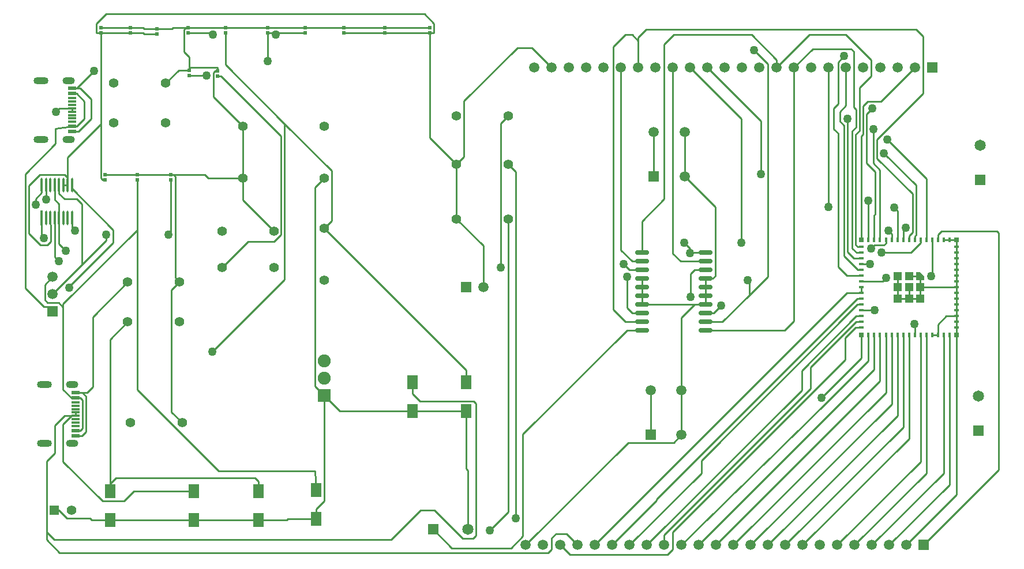
<source format=gbr>
%TF.GenerationSoftware,Altium Limited,Altium Designer,24.3.1 (35)*%
G04 Layer_Physical_Order=1*
G04 Layer_Color=255*
%FSLAX45Y45*%
%MOMM*%
%TF.SameCoordinates,9497362C-8314-4730-AF2A-4C837BA13D10*%
%TF.FilePolarity,Positive*%
%TF.FileFunction,Copper,L1,Top,Signal*%
%TF.Part,Single*%
G01*
G75*
%TA.AperFunction,SMDPad,CuDef*%
%ADD10R,1.50000X2.12000*%
G04:AMPARAMS|DCode=11|XSize=0.6mm|YSize=2.05mm|CornerRadius=0.15mm|HoleSize=0mm|Usage=FLASHONLY|Rotation=270.000|XOffset=0mm|YOffset=0mm|HoleType=Round|Shape=RoundedRectangle|*
%AMROUNDEDRECTD11*
21,1,0.60000,1.75000,0,0,270.0*
21,1,0.30000,2.05000,0,0,270.0*
1,1,0.30000,-0.87500,-0.15000*
1,1,0.30000,-0.87500,0.15000*
1,1,0.30000,0.87500,0.15000*
1,1,0.30000,0.87500,-0.15000*
%
%ADD11ROUNDEDRECTD11*%
%ADD12R,0.47247X0.51535*%
%ADD13R,1.15000X0.30000*%
%ADD14R,1.15000X0.60000*%
G04:AMPARAMS|DCode=15|XSize=2.2mm|YSize=0.345mm|CornerRadius=0.1725mm|HoleSize=0mm|Usage=FLASHONLY|Rotation=90.000|XOffset=0mm|YOffset=0mm|HoleType=Round|Shape=RoundedRectangle|*
%AMROUNDEDRECTD15*
21,1,2.20000,0.00000,0,0,90.0*
21,1,1.85500,0.34500,0,0,90.0*
1,1,0.34500,0.00000,0.92750*
1,1,0.34500,0.00000,-0.92750*
1,1,0.34500,0.00000,-0.92750*
1,1,0.34500,0.00000,0.92750*
%
%ADD15ROUNDEDRECTD15*%
%ADD16R,0.34500X2.20000*%
%ADD17R,0.80000X0.80000*%
%ADD18R,0.40000X0.80000*%
%ADD19R,0.80000X0.40000*%
%ADD20R,0.40000X0.40000*%
%TA.AperFunction,BGAPad,CuDef*%
%ADD21R,1.20000X1.20000*%
%TA.AperFunction,Conductor*%
%ADD22C,0.25400*%
%TA.AperFunction,ComponentPad*%
%ADD23C,1.65000*%
%ADD24R,1.65000X1.65000*%
%ADD25C,1.50000*%
%ADD26R,1.50000X1.50000*%
%ADD27R,1.65000X1.65000*%
%ADD28C,1.40000*%
%ADD29R,1.40000X1.40000*%
G04:AMPARAMS|DCode=30|XSize=1mm|YSize=1.8mm|CornerRadius=0.5mm|HoleSize=0mm|Usage=FLASHONLY|Rotation=270.000|XOffset=0mm|YOffset=0mm|HoleType=Round|Shape=RoundedRectangle|*
%AMROUNDEDRECTD30*
21,1,1.00000,0.80000,0,0,270.0*
21,1,0.00000,1.80000,0,0,270.0*
1,1,1.00000,-0.40000,0.00000*
1,1,1.00000,-0.40000,0.00000*
1,1,1.00000,0.40000,0.00000*
1,1,1.00000,0.40000,0.00000*
%
%ADD30ROUNDEDRECTD30*%
G04:AMPARAMS|DCode=31|XSize=1mm|YSize=2.2mm|CornerRadius=0.5mm|HoleSize=0mm|Usage=FLASHONLY|Rotation=270.000|XOffset=0mm|YOffset=0mm|HoleType=Round|Shape=RoundedRectangle|*
%AMROUNDEDRECTD31*
21,1,1.00000,1.20000,0,0,270.0*
21,1,0.00000,2.20000,0,0,270.0*
1,1,1.00000,-0.60000,0.00000*
1,1,1.00000,-0.60000,0.00000*
1,1,1.00000,0.60000,0.00000*
1,1,1.00000,0.60000,0.00000*
%
%ADD31ROUNDEDRECTD31*%
%ADD32C,1.91000*%
%ADD33R,1.91000X1.91000*%
%ADD34R,1.50000X1.50000*%
%TA.AperFunction,ViaPad*%
%ADD35C,1.27000*%
G36*
X17883501Y9591900D02*
Y9711900D01*
X17943500D01*
X18003500Y9651900D01*
Y9591900D01*
X17883501D01*
D02*
G37*
D10*
X6054898Y6489700D02*
D03*
Y6066699D02*
D03*
X9080500Y6083300D02*
D03*
Y6506301D02*
D03*
X10490200Y7665903D02*
D03*
Y8088899D02*
D03*
X7286198Y6066699D02*
D03*
Y6489700D02*
D03*
X11277600Y7666899D02*
D03*
Y8089900D02*
D03*
X8229600Y6066699D02*
D03*
Y6489700D02*
D03*
D11*
X14791101Y9994900D02*
D03*
Y9867900D02*
D03*
Y9740900D02*
D03*
Y9613900D02*
D03*
Y9486900D02*
D03*
Y9359900D02*
D03*
X13860098Y9105900D02*
D03*
Y8851900D02*
D03*
Y9232900D02*
D03*
Y9486900D02*
D03*
Y8978900D02*
D03*
Y9359900D02*
D03*
X14791101Y8851900D02*
D03*
Y8978900D02*
D03*
Y9232900D02*
D03*
X13860098Y9613900D02*
D03*
Y9740900D02*
D03*
Y9994900D02*
D03*
X14791101Y9105900D02*
D03*
X13860098Y9867900D02*
D03*
D12*
X10744200Y13296655D02*
D03*
Y13220944D02*
D03*
X5981700Y11137656D02*
D03*
Y11061944D02*
D03*
X6451600Y11137656D02*
D03*
Y11061944D02*
D03*
X6946900Y11137656D02*
D03*
Y11061944D02*
D03*
X6350000Y13296655D02*
D03*
Y13220944D02*
D03*
X5918200Y13296655D02*
D03*
Y13220944D02*
D03*
X6743700Y13283955D02*
D03*
Y13208244D02*
D03*
X7200900Y13296655D02*
D03*
Y13220944D02*
D03*
X7747000Y13296655D02*
D03*
Y13220944D02*
D03*
X8915400Y13296655D02*
D03*
Y13220944D02*
D03*
X8369300Y13296655D02*
D03*
Y13220944D02*
D03*
X9486900Y13296655D02*
D03*
Y13220944D02*
D03*
X10083800Y13296655D02*
D03*
Y13220944D02*
D03*
X7213600Y12674600D02*
D03*
Y12598888D02*
D03*
X7632700Y12661656D02*
D03*
Y12585944D02*
D03*
D13*
X5498699Y12265401D02*
D03*
Y12215398D02*
D03*
Y12165401D02*
D03*
Y12115399D02*
D03*
Y12065401D02*
D03*
Y12015399D02*
D03*
Y11965402D02*
D03*
Y11915399D02*
D03*
X5550251Y7797500D02*
D03*
Y7747503D02*
D03*
Y7697500D02*
D03*
Y7647498D02*
D03*
Y7597501D02*
D03*
Y7547498D02*
D03*
Y7497501D02*
D03*
Y7447498D02*
D03*
D14*
X5498699Y11850400D02*
D03*
Y12330400D02*
D03*
Y12410399D02*
D03*
Y11770401D02*
D03*
X5550251Y7382500D02*
D03*
Y7862499D02*
D03*
Y7942499D02*
D03*
Y7302500D02*
D03*
D15*
X5048250Y10984200D02*
D03*
X5111750D02*
D03*
X5175250D02*
D03*
X5238750D02*
D03*
X5302250D02*
D03*
X5365750D02*
D03*
X5429250D02*
D03*
X5492750D02*
D03*
Y10504200D02*
D03*
X5429250D02*
D03*
X5365750D02*
D03*
X5302250D02*
D03*
X5238750D02*
D03*
X5175250D02*
D03*
X5111750D02*
D03*
D16*
X5048250D02*
D03*
D17*
X18478500Y10186899D02*
D03*
X17078497D02*
D03*
X18478500Y8786901D02*
D03*
X17078497D02*
D03*
D18*
X18373502Y10186899D02*
D03*
X18288498D02*
D03*
X18203499D02*
D03*
X18118501D02*
D03*
X18033502D02*
D03*
X17948499D02*
D03*
X17863499D02*
D03*
X17778500D02*
D03*
X17693498D02*
D03*
X17608499D02*
D03*
X17523502D02*
D03*
X17438503D02*
D03*
X17353497D02*
D03*
X17268500D02*
D03*
X17183501D02*
D03*
Y8786901D02*
D03*
X17268500D02*
D03*
X17353497D02*
D03*
X17438503D02*
D03*
X17523502D02*
D03*
X17608499D02*
D03*
X17693498D02*
D03*
X17778500D02*
D03*
X17863499D02*
D03*
X17948499D02*
D03*
X18033502D02*
D03*
X18118501D02*
D03*
X18203499D02*
D03*
X18288498D02*
D03*
X18373502D02*
D03*
D19*
X17078497Y10081900D02*
D03*
Y9996902D02*
D03*
Y9911898D02*
D03*
Y9826899D02*
D03*
Y9741901D02*
D03*
Y9656902D02*
D03*
Y9571899D02*
D03*
Y9486900D02*
D03*
Y9401901D02*
D03*
Y9316898D02*
D03*
Y9231899D02*
D03*
Y9146901D02*
D03*
Y9061902D02*
D03*
Y8976898D02*
D03*
Y8891900D02*
D03*
X18478500D02*
D03*
Y8976898D02*
D03*
Y9061902D02*
D03*
Y9146901D02*
D03*
Y9231899D02*
D03*
Y9316898D02*
D03*
Y9401901D02*
D03*
Y9486900D02*
D03*
Y9571899D02*
D03*
Y9656902D02*
D03*
Y9741901D02*
D03*
Y9826899D02*
D03*
Y9911898D02*
D03*
Y9996902D02*
D03*
Y10081900D02*
D03*
D20*
X17943500Y9651898D02*
D03*
D21*
X17778500Y9486900D02*
D03*
X17943500D02*
D03*
Y9321902D02*
D03*
X17778500D02*
D03*
X17613498D02*
D03*
Y9486900D02*
D03*
Y9651898D02*
D03*
X17778500D02*
D03*
D22*
X17741901Y5702300D02*
X18478500Y6438900D01*
Y8786901D01*
X18373502Y6587901D02*
Y8786901D01*
X14312900Y5890260D02*
X16842740Y8420100D01*
X14076685Y6355085D02*
Y6375583D01*
X13169901Y5702300D02*
X16869501Y9401901D01*
X14076685Y6375583D02*
X17017999Y9316898D01*
X14693900Y5702300D02*
X17268500Y8276900D01*
X13677901Y5702300D02*
X14729460Y6753860D01*
X14185899Y5845952D02*
X16335167Y7995219D01*
X14185899Y5702300D02*
Y5845952D01*
X13931900Y5702300D02*
X16205804Y7976205D01*
X14439900Y5702300D02*
X16522701Y7742580D01*
X11625580Y5913120D02*
X11899900Y6187440D01*
X11069320Y5656580D02*
X11938000D01*
X12110720Y5829300D01*
X15201900Y5702300D02*
X17438503Y7938902D01*
X14947900Y5702300D02*
X17353497Y8107898D01*
X12153900Y5702300D02*
X13655040Y7203440D01*
X12534900Y5801360D02*
X12598400Y5864860D01*
X12753340D01*
X12915900Y5702300D01*
X13423900D02*
X14076685Y6355085D01*
X12110720Y5829300D02*
Y7325360D01*
X11899900Y6187440D02*
Y10490200D01*
X12009120Y6093460D02*
Y11181080D01*
X14312900Y5638800D02*
Y5890260D01*
X17487900Y5702300D02*
X18373502Y6587901D01*
X17233900Y5702300D02*
X18288498Y6756898D01*
X15455901Y5702300D02*
X17523502Y7769901D01*
X15709900Y5702300D02*
X17608499Y7600899D01*
X16979900Y5702300D02*
X18033502Y6755902D01*
X16725900Y5702300D02*
X17948499Y6924899D01*
X16217900Y5702300D02*
X17778500Y7262901D01*
X15963901Y5702300D02*
X17693498Y7431898D01*
X12804140Y5560060D02*
X14234160D01*
X12661900Y5702300D02*
X12804140Y5560060D01*
X5313680Y5588000D02*
X12484100D01*
X12534900Y5638800D01*
X14234160Y5560060D02*
X14312900Y5638800D01*
X12534900D02*
Y5801360D01*
X17995900Y5702300D02*
X19095720Y6802120D01*
X6138718Y6687820D02*
X8178800D01*
X6054898Y6604000D02*
X6138718Y6687820D01*
X6054898Y8721898D02*
X6311900Y8978900D01*
X6054898Y6604000D02*
Y8721898D01*
X5697220Y7360920D02*
Y7884079D01*
X5638800Y7302500D02*
X5697220Y7360920D01*
X5550251Y7302500D02*
X5638800D01*
X6054898Y6489700D02*
Y6604000D01*
X5676900Y11964700D02*
Y12216100D01*
X5562600Y12330400D02*
X5676900Y12216100D01*
X5562600Y11850400D02*
X5676900Y11964700D01*
X7213600Y12710074D02*
X7632700D01*
X5615981Y12410399D02*
X5778500Y12247880D01*
Y11960901D02*
Y12247880D01*
X5588000Y11770401D02*
X5778500Y11960901D01*
X5918200Y11880850D02*
Y13220944D01*
Y11087344D02*
Y11880850D01*
X5429250Y11099800D02*
Y11391900D01*
Y10984200D02*
Y11099800D01*
X8615680Y11887200D02*
X9304020Y11198860D01*
X7747000Y12755880D02*
X8615680Y11887200D01*
X6451600Y7983220D02*
Y10327640D01*
X5364480Y9194800D02*
Y9240520D01*
X14569440Y9992360D02*
X14571980Y9994900D01*
X14566901Y9989820D02*
X14569440Y9992360D01*
X14566901Y9994900D02*
X14569440Y9992360D01*
X8452876Y13220944D02*
X8915400D01*
X8369300D02*
X8452876D01*
X5637002Y9815302D02*
X5999480Y10177780D01*
X5384800Y7597501D02*
X5486400D01*
X5123180Y5892800D02*
Y6931660D01*
Y5778500D02*
Y5892800D01*
X14630400Y9232900D02*
X14791101D01*
X13860098D02*
X14630400D01*
X7213600Y12710074D02*
Y12870180D01*
X6985000Y11137656D02*
X7447280D01*
X6977380Y13296655D02*
X7162800D01*
X5565099Y12410399D02*
X5615981D01*
X5638800Y7942499D02*
X5715000D01*
X5550251D02*
X5638800D01*
X13804900Y13106400D02*
Y13157201D01*
Y12712700D02*
Y13106400D01*
X15435580Y9372600D02*
X15704820Y9641840D01*
X15041879Y8978900D02*
X15435580Y9372600D01*
X13860780Y9994900D02*
Y10454640D01*
X18203499Y10186899D02*
Y10261600D01*
X18254298Y10312400D01*
X19070320D01*
X19095720Y10287000D01*
Y6802120D02*
Y10287000D01*
X5918200Y11087344D02*
X5943600Y11061944D01*
X5981700D01*
X5388610Y11140440D02*
X5429250Y11099800D01*
X5019040Y11140440D02*
X5388610D01*
X4859020Y10980420D02*
X5019040Y11140440D01*
X4859020Y10274300D02*
Y10980420D01*
Y10274300D02*
X5029200Y10104120D01*
X5130800D01*
X5186680Y10160000D01*
Y10306050D01*
X5175250Y10504200D02*
X5186680Y10306050D01*
X5140259Y9198041D02*
X5207000Y9131300D01*
X5080000Y9198041D02*
X5140259D01*
X4808220Y9469821D02*
X5080000Y9198041D01*
X4808220Y9469821D02*
Y11150600D01*
X5250180Y11592560D01*
Y11818615D01*
X5498699Y11850400D01*
X7556500Y8536940D02*
X8615680Y9596120D01*
Y11887200D01*
X7747000Y12755880D02*
Y13220944D01*
X6451600Y7983220D02*
X7647940Y6786880D01*
X9057640D01*
X9080500Y6506301D01*
X5999480Y10177780D02*
Y10259060D01*
X5207000Y9385300D02*
X5536575Y9714875D01*
X5637002Y9815302D01*
Y10707898D01*
X5565135Y10779765D02*
X5637002Y10707898D01*
X5384795Y10779765D02*
X5565135D01*
X5302250Y10862310D02*
X5384795Y10779765D01*
X5302250Y10862310D02*
Y10984200D01*
X8369300Y12806680D02*
Y13220944D01*
X14483080Y10142220D02*
X14566901Y10058400D01*
Y9994900D02*
Y10058400D01*
X14569440Y9992360D02*
X14791101Y9994900D01*
X7693198Y9779000D02*
X8074198Y10160000D01*
X8463280D01*
X8564880Y10261600D01*
Y11704320D01*
X7683256Y12585944D02*
X8564880Y11704320D01*
X7632700Y12585944D02*
X7683256D01*
X7213600Y12598888D02*
X7467600D01*
X5486400Y7597501D02*
X5550251D01*
X5123180Y6931660D02*
X5245100Y7053580D01*
X5123180Y5892800D02*
X5237480Y5778500D01*
X10177780D01*
X10609580Y6210300D01*
X10812780D01*
X11226800Y5796280D01*
X11379200D01*
X11424920Y5842000D01*
Y7780020D01*
X11391900Y7813040D02*
X11424920Y7780020D01*
X10601960Y7813040D02*
X11391900D01*
X10490200Y7924800D02*
X10601960Y7813040D01*
X10490200Y7924800D02*
Y8088899D01*
X6400800Y6489700D02*
X7286198D01*
X6256020Y6344920D02*
X6400800Y6489700D01*
X5943600Y6344920D02*
X6256020D01*
X5364480Y6924040D02*
X5943600Y6344920D01*
X5364480Y6924040D02*
Y7475581D01*
X5486400Y7597501D01*
X5492750Y10361930D02*
X5534660Y10320020D01*
X5492750Y10361930D02*
Y10504200D01*
X14439900Y9042400D02*
X14630400Y9232900D01*
X14439900Y7970398D02*
Y9042400D01*
X8001000Y10766598D02*
Y11088400D01*
Y10766598D02*
X8455198Y10312400D01*
X5498699Y11770401D02*
X5588000D01*
X5565099Y12410399D02*
X5816600Y12661900D01*
X5498699Y12410399D02*
X5565099D01*
X18118501Y9662841D02*
Y10186899D01*
X18105119Y9649460D02*
X18118501Y9662841D01*
X18033502Y10186899D02*
Y11077438D01*
X17457420Y11653520D02*
X18033502Y11077438D01*
X17373599Y9997440D02*
X17807941D01*
X17948499Y10137999D01*
Y10186899D01*
X13716000Y13195300D02*
X13804900Y13106400D01*
X13614400Y13195300D02*
X13716000D01*
X13436600Y13017500D02*
X13614400Y13195300D01*
X13436600Y9156700D02*
Y13017500D01*
Y9156700D02*
X13614400Y8978900D01*
X13860098D01*
X14791101D02*
X15041879D01*
X15704820Y9641840D02*
Y12766040D01*
X15501620Y12969240D02*
X15704820Y12766040D01*
X17693498Y10186899D02*
Y10324816D01*
X17726660Y10357978D01*
X15410181Y9591040D02*
X15435580Y9565640D01*
Y9372600D02*
Y9565640D01*
X17561560Y10652760D02*
X17608499Y10605821D01*
Y10186899D02*
Y10605821D01*
X17353497Y10186899D02*
Y11208802D01*
X17254221Y11308080D02*
X17353497Y11208802D01*
X17254221Y11308080D02*
Y11810340D01*
X17268500Y10186899D02*
Y10542580D01*
X17282159Y10556240D01*
Y11178540D01*
X17152620Y11308080D02*
X17282159Y11178540D01*
X17152620Y11308080D02*
Y12026900D01*
X17236440Y12110720D01*
X13860098Y9994900D02*
X13860780D01*
Y10454640D02*
X14185899Y10779760D01*
Y13055600D01*
X14325600Y13195300D01*
X15467294D01*
X15836900Y12825694D01*
Y12712700D02*
Y12825694D01*
X14791101Y8851900D02*
X15951199D01*
X16090900Y8991600D01*
Y12712700D01*
X16969740Y9911898D02*
X17078497D01*
X16875760Y10005878D02*
X16969740Y9911898D01*
X16875760Y10005878D02*
Y11963400D01*
X16598900Y10668000D02*
Y12712700D01*
X17078497Y9826899D02*
X17205960D01*
X14729460Y6753860D02*
Y6941820D01*
X17019539Y9231899D01*
X17078497D01*
X17000220Y8976898D02*
X17078497D01*
X16335167Y8311845D02*
X17000220Y8976898D01*
X16335167Y7995219D02*
Y8311845D01*
X17183501Y8403382D02*
Y8786901D01*
X16522701Y7742580D02*
X17183501Y8403382D01*
X17523502Y7769901D02*
Y8786901D01*
X17608499Y7600899D02*
Y8786901D01*
X17693498Y7431898D02*
Y8786901D01*
X17778500Y7262901D02*
Y8786901D01*
X17078497Y9146901D02*
X17271638D01*
X5238750Y9930130D02*
X5298440Y9870440D01*
X5238750Y9930130D02*
Y10504200D01*
X17861279Y8946200D02*
X17863499Y8943980D01*
Y8786901D02*
Y8943980D01*
X5048250Y10242550D02*
Y10504200D01*
Y10242550D02*
X5085080Y10205720D01*
X5048250Y10873740D02*
Y10984200D01*
X4960620Y10786110D02*
X5048250Y10873740D01*
X4960620Y10701020D02*
Y10786110D01*
X13675360Y9740900D02*
X13860098D01*
X13589000Y9827260D02*
X13675360Y9740900D01*
X14907260Y9105900D02*
X15019020Y9217660D01*
X14791101Y9105900D02*
X14907260D01*
X14569440Y9347200D02*
Y9679940D01*
X14630400Y9740900D01*
X14791101D01*
X17948499Y6924899D02*
Y8786901D01*
X18033502Y6755902D02*
Y8786901D01*
X17438503Y7938902D02*
Y8786901D01*
X17005722Y9061902D02*
X17078497D01*
X16205804Y8261985D02*
X17005722Y9061902D01*
X16205804Y7976205D02*
Y8261985D01*
X17438503Y10135601D02*
Y10186899D01*
X17411700Y10108799D02*
X17438503Y10135601D01*
X17274139Y10108799D02*
X17411700D01*
X17221201Y10055860D02*
X17274139Y10108799D01*
X15603220Y11145520D02*
Y11930380D01*
X14820900Y12712700D02*
X15603220Y11930380D01*
X11277600Y6822440D02*
Y7666899D01*
Y6822440D02*
X11303000Y6797040D01*
Y5930900D02*
Y6797040D01*
X9426296Y7665903D02*
X10490200D01*
X9194800Y7897398D02*
X9426296Y7665903D01*
X9080500Y6083300D02*
Y6230620D01*
X9194800Y6344920D01*
Y7897398D01*
X7137400Y12946381D02*
X7213600Y12870180D01*
X7137400Y12946381D02*
Y13271255D01*
X7162800Y13296655D01*
X7200900D01*
X17078497Y10186899D02*
Y11708166D01*
X17101820Y11731488D01*
Y12143740D01*
X17170399Y12212320D01*
X17368520D01*
X17868900Y12712700D01*
X13642340Y9179560D02*
Y9644380D01*
Y9179560D02*
X13716000Y9105900D01*
X13860098D01*
X13716000Y9867900D02*
X13860098D01*
X13550900Y10033000D02*
X13716000Y9867900D01*
X13550900Y10033000D02*
Y12712700D01*
X5123180Y5778500D02*
X5313680Y5588000D01*
X5245100Y7053580D02*
Y7457801D01*
X5384800Y7597501D01*
X13637260Y8851900D02*
X13860098D01*
X12110720Y7325360D02*
X13637260Y8851900D01*
X10795000Y5930900D02*
X11069320Y5656580D01*
X11790680Y9779000D02*
Y11892280D01*
X11899900Y12001500D01*
X14322939Y7203440D02*
X14439900Y7320402D01*
X13655040Y7203440D02*
X14322939D01*
X14791101Y9613900D02*
X14894560D01*
X14932660Y9652000D01*
Y10668544D01*
X14483502Y11117702D02*
X14932660Y10668544D01*
X11899900Y11290300D02*
X12009120Y11181080D01*
X5302250Y10120630D02*
X5405120Y10017760D01*
X5302250Y10120630D02*
Y10504200D01*
X7632700Y12661656D02*
Y12710074D01*
X7213600Y12674600D02*
Y12710074D01*
X6908800Y10259060D02*
X6946900Y10297160D01*
Y11061944D01*
X14571980Y9994900D02*
X14791101D01*
X7530856Y13220944D02*
X7559040Y13192760D01*
X7200900Y13220944D02*
X7530856D01*
X9194800Y10350500D02*
X9304020Y10459720D01*
Y11198860D01*
X11277600Y8089900D02*
Y8267700D01*
X9194800Y10350500D02*
X11277600Y8267700D01*
X11137900Y11290300D02*
X11247120Y11399520D01*
Y12222480D01*
X12029440Y13004800D01*
X12242800D01*
X12534900Y12712700D01*
X17778500Y10186899D02*
Y10239781D01*
X17828259Y10289540D01*
Y10861040D01*
X17310100Y11379200D02*
X17828259Y10861040D01*
X17310100Y11379200D02*
Y11658600D01*
X17983200Y12331700D01*
Y13169901D01*
X17881599Y13271500D02*
X17983200Y13169901D01*
X13919200Y13271500D02*
X17881599D01*
X13804900Y13157201D02*
X13919200Y13271500D01*
X17411700Y11455400D02*
X17879060Y10988040D01*
Y10254300D02*
Y10988040D01*
X17863499Y10238740D02*
X17879060Y10254300D01*
X17863499Y10186899D02*
Y10238740D01*
X14566901Y12712700D02*
X15318739Y11960860D01*
Y10142220D02*
Y11960860D01*
X17472659Y10314940D02*
X17523502Y10264099D01*
Y10186899D02*
Y10264099D01*
X17078497Y9571899D02*
X17390019D01*
X17440819Y9622699D01*
X5364480Y7984419D02*
X5486400Y7862499D01*
X5364480Y9240520D02*
X6451600Y10327640D01*
Y11061944D01*
X5455920Y9481820D02*
Y9494520D01*
X6101080Y10139680D01*
Y10326370D01*
X5492750Y10934700D02*
X6101080Y10326370D01*
X5492750Y10934700D02*
Y10984200D01*
X6954520Y9443720D02*
X7073900Y9563100D01*
X6954520Y7654981D02*
Y9443720D01*
Y7654981D02*
X7112000Y7497501D01*
X18288498Y6756898D02*
Y8786901D01*
X5111750Y10772140D02*
Y10984200D01*
X5308199Y12115399D02*
X5498699D01*
X5257800Y12065000D02*
X5308199Y12115399D01*
X8452876Y13220944D02*
X8481060Y13192760D01*
X17024980Y10081900D02*
X17078497D01*
X16997681Y10109200D02*
X17024980Y10081900D01*
X16997681Y10109200D02*
Y11728948D01*
X17051019Y11782288D01*
Y12414875D01*
X17221201Y12585055D01*
Y12827000D01*
X16852901Y13195300D02*
X17221201Y12827000D01*
X16319501Y13195300D02*
X16852901D01*
X15836900Y12712700D02*
X16319501Y13195300D01*
X16489964Y7861300D02*
X17078497Y8449833D01*
Y8786901D01*
X16842740Y8420100D02*
Y8739500D01*
X16995140Y8891900D01*
X17078497D01*
X17353497Y8107898D02*
Y8786901D01*
X17268500Y8276900D02*
Y8786901D01*
X17017999Y9316898D02*
X17078497D01*
X5429250Y11391900D02*
X5918200Y11880850D01*
X17008379Y9996902D02*
X17078497D01*
X16946880Y10058400D02*
X17008379Y9996902D01*
X16946880Y10058400D02*
Y11779748D01*
X17000220Y11833088D01*
Y12097365D01*
X16967200Y12130385D02*
X17000220Y12097365D01*
X16967200Y12130385D02*
Y12947675D01*
X16929100Y12985776D02*
X16967200Y12947675D01*
X16363976Y12985776D02*
X16929100D01*
X16090900Y12712700D02*
X16363976Y12985776D01*
X16852901Y12151360D02*
Y12712700D01*
X16764000Y12062460D02*
X16852901Y12151360D01*
X16764000Y11922760D02*
Y12062460D01*
Y11922760D02*
X16824960Y11861800D01*
Y9945639D02*
Y11861800D01*
Y9945639D02*
X17028699Y9741901D01*
X17078497D01*
X16865601Y9656902D02*
X17078497D01*
X16738600Y9783902D02*
X16865601Y9656902D01*
X16738600Y9783902D02*
Y11744960D01*
X16672560Y11811000D02*
X16738600Y11744960D01*
X16672560Y11811000D02*
Y12115800D01*
X16738600Y12181840D01*
Y12793980D01*
X16827499Y12882880D01*
X17180560Y10759440D02*
X17183501Y10756499D01*
Y10186899D02*
Y10756499D01*
X16869501Y9401901D02*
X17078497D01*
X5638800Y7942499D02*
X5697220Y7884079D01*
X18203499Y8786901D02*
Y8940800D01*
X18324602Y9061902D01*
X18478500D01*
X9060180Y8032018D02*
X9194800Y7897398D01*
X9060180Y8032018D02*
Y10953780D01*
X9194800Y11088400D01*
X5798820Y9050020D02*
X6311900Y9563100D01*
X5798820Y8026319D02*
Y9050020D01*
X5715000Y7942499D02*
X5798820Y8026319D01*
X8178800Y6687820D02*
X8229600Y6637020D01*
Y6489700D02*
Y6637020D01*
X5550251Y7382500D02*
X5613400D01*
X5646420Y7415520D01*
Y7829479D01*
X5613400Y7862499D02*
X5646420Y7829479D01*
X5550251Y7862499D02*
X5613400D01*
X5498699Y11850400D02*
X5562600D01*
X5498699Y12330400D02*
X5562600D01*
X5854700Y13220944D02*
X5918200D01*
X5854700D02*
Y13357860D01*
X5994400Y13497560D01*
X10668000D01*
X10807700Y13357860D01*
Y13220944D02*
Y13357860D01*
X10744200Y13220944D02*
X10807700D01*
X7062500Y12674600D02*
X7213600D01*
X6870700Y12482800D02*
X7062500Y12674600D01*
X7594600Y12661656D02*
X7632700D01*
X7569200Y12636256D02*
X7594600Y12661656D01*
X7569200Y12282200D02*
Y12636256D01*
Y12282200D02*
X8001000Y11850400D01*
X11531600Y9486900D02*
Y10096500D01*
X11137900Y10490200D02*
X11531600Y10096500D01*
X10744200Y11684000D02*
X11137900Y11290300D01*
X10744200Y11684000D02*
Y13220944D01*
X5486400Y7862499D02*
X5550251D01*
X5364480Y7984419D02*
Y9194800D01*
X5300980Y9258300D02*
X5364480Y9194800D01*
X5135880Y9258300D02*
X5300980D01*
X5093899Y9300281D02*
X5135880Y9258300D01*
X5093899Y9300281D02*
Y9526199D01*
X5207000Y9639300D01*
X14312900Y9982200D02*
Y12712700D01*
Y9982200D02*
X14427200Y9867900D01*
X14791101D01*
X7010400Y9626600D02*
X7073900Y9563100D01*
X7010400Y9626600D02*
Y11112256D01*
X6985000Y11137656D02*
X7010400Y11112256D01*
X6946900Y11137656D02*
X6985000D01*
X10083800Y13220944D02*
X10744200D01*
X9486900D02*
X10083800D01*
X11137900Y10490200D02*
Y11290300D01*
X5918200Y13220944D02*
X6350000D01*
X6553200Y13208244D02*
X6743700D01*
X6540500Y13220944D02*
X6553200Y13208244D01*
X6350000Y13220944D02*
X6540500D01*
X5365750Y10984200D02*
X5429250D01*
X13989899Y7320402D02*
Y7970398D01*
X14033501Y11117702D02*
Y11767698D01*
X5498699Y12065401D02*
Y12115399D01*
X17078497Y9401901D02*
Y9486900D01*
X5550251Y7597501D02*
Y7647498D01*
X14483502Y11117702D02*
Y11767698D01*
X14439900Y7320402D02*
Y7970398D01*
X13860098Y9486900D02*
Y9613900D01*
Y9232900D02*
Y9359900D01*
Y9486900D01*
X14791101D02*
Y9613900D01*
Y9359900D02*
Y9486900D01*
Y9232900D02*
Y9359900D01*
X17613498Y9321902D02*
Y9486900D01*
Y9651898D01*
X17943500Y9486900D02*
Y9651898D01*
X17778500D02*
X17943500D01*
Y9321902D02*
Y9486900D01*
X17613498Y9321902D02*
X17778500D01*
X17943500D01*
X17778500D02*
Y9486900D01*
X18118501Y8786901D02*
X18203499D01*
X18478500D02*
Y8891900D01*
Y8976898D01*
Y9061902D01*
Y9146901D01*
Y9231899D01*
Y9316898D01*
X18373502Y10186899D02*
X18478500D01*
X18288498D02*
X18373502D01*
X18478500Y10081900D02*
Y10186899D01*
Y9996902D02*
Y10081900D01*
Y9911898D02*
Y9996902D01*
Y9656902D02*
Y9741901D01*
Y9826899D02*
Y9911898D01*
Y9741901D02*
Y9826899D01*
Y9571899D02*
Y9656902D01*
X17943500Y9486900D02*
X18478500D01*
Y9571899D01*
Y9316898D02*
Y9401901D01*
Y9486900D01*
X7200900Y13296655D02*
X7747000D01*
X6964680Y13283955D02*
X6977380Y13296655D01*
X6743700Y13283955D02*
X6964680D01*
X5918200Y13296655D02*
X6350000D01*
X6553200Y13283955D02*
X6743700D01*
X6540500Y13296655D02*
X6553200Y13283955D01*
X6350000Y13296655D02*
X6540500D01*
X10083800D02*
X10744200D01*
X9486900D02*
X10083800D01*
X7747000D02*
X8369300D01*
X8915400D02*
X9486900D01*
X8369300D02*
X8915400D01*
X8001000Y11088400D02*
Y11850400D01*
X7496536Y11088400D02*
X8001000D01*
X7447280Y11137656D02*
X7496536Y11088400D01*
X6451600Y11137656D02*
X6946900D01*
X5981700D02*
X6451600D01*
X5238750Y10774680D02*
Y10984200D01*
Y10774680D02*
X5302250Y10711180D01*
Y10504200D02*
Y10711180D01*
X7286198Y6066699D02*
X8229600D01*
X8662761Y6083300D02*
X9080500D01*
X8646160Y6066699D02*
X8662761Y6083300D01*
X8229600Y6066699D02*
X8646160D01*
X6054898D02*
X7286198D01*
X5232400Y6210300D02*
X5298440D01*
X5417820Y6090920D01*
X5756819D01*
X5781040Y6066699D01*
X6054898D01*
X10882356Y7666899D02*
X11277600D01*
X10881360Y7665903D02*
X10882356Y7666899D01*
X10490200Y7665903D02*
X10881360D01*
D23*
X18796001Y7886700D02*
D03*
X11303000Y5930900D02*
D03*
X18821400Y11569700D02*
D03*
D24*
X18796001Y7378700D02*
D03*
X18821400Y11061700D02*
D03*
D25*
X12153900Y5702300D02*
D03*
X12407900D02*
D03*
X12661900D02*
D03*
X12915900D02*
D03*
X13169901D02*
D03*
X13423900D02*
D03*
X13677901D02*
D03*
X13931900D02*
D03*
X14185899D02*
D03*
X14439900D02*
D03*
X14693900D02*
D03*
X14947900D02*
D03*
X15201900D02*
D03*
X15455901D02*
D03*
X15709900D02*
D03*
X15963901D02*
D03*
X16217900D02*
D03*
X16471899D02*
D03*
X16725900D02*
D03*
X16979900D02*
D03*
X17233900D02*
D03*
X17487900D02*
D03*
X17741901D02*
D03*
X12280900Y12712700D02*
D03*
X12534900D02*
D03*
X12788900D02*
D03*
X13042900D02*
D03*
X13296899D02*
D03*
X13550900D02*
D03*
X13804900D02*
D03*
X14058900D02*
D03*
X14312900D02*
D03*
X14566901D02*
D03*
X14820900D02*
D03*
X15074899D02*
D03*
X15328900D02*
D03*
X15582899D02*
D03*
X15836900D02*
D03*
X16090900D02*
D03*
X16344901D02*
D03*
X16598900D02*
D03*
X16852901D02*
D03*
X17106900D02*
D03*
X17360899D02*
D03*
X17614900D02*
D03*
X17868900D02*
D03*
X11531600Y9486900D02*
D03*
X5207000Y9385300D02*
D03*
Y9639300D02*
D03*
X14483502Y11117702D02*
D03*
Y11767698D02*
D03*
X14033501D02*
D03*
X14439900Y7320402D02*
D03*
Y7970398D02*
D03*
X13989899D02*
D03*
D26*
X17995900Y5702300D02*
D03*
X18122900Y12712700D02*
D03*
X11277600Y9486900D02*
D03*
D27*
X10795000Y5930900D02*
D03*
D28*
X8001000Y11850400D02*
D03*
Y11088400D02*
D03*
X11137900Y10490200D02*
D03*
X11899900D02*
D03*
X5486400Y6210300D02*
D03*
X6350000Y7497501D02*
D03*
X7112000D02*
D03*
X9194800Y10350500D02*
D03*
Y9588500D02*
D03*
Y11850400D02*
D03*
Y11088400D02*
D03*
X6108700Y12482800D02*
D03*
X6870700D02*
D03*
Y11901200D02*
D03*
X6108700D02*
D03*
X6311900Y9563100D02*
D03*
X7073900D02*
D03*
X6311900Y8978900D02*
D03*
X7073900D02*
D03*
X7693198Y10312400D02*
D03*
X8455198D02*
D03*
X11137900Y12001500D02*
D03*
X11899900D02*
D03*
X7693198Y9779000D02*
D03*
X8455198D02*
D03*
X11137900Y11290300D02*
D03*
X11899900D02*
D03*
D29*
X5232400Y6210300D02*
D03*
D30*
X5441198Y11658402D02*
D03*
Y12522398D02*
D03*
X5492750Y7190501D02*
D03*
Y8054503D02*
D03*
D31*
X5041199Y11658402D02*
D03*
Y12522398D02*
D03*
X5092751Y7190501D02*
D03*
Y8054503D02*
D03*
D32*
X9194800Y8407400D02*
D03*
Y8152399D02*
D03*
D33*
Y7897398D02*
D03*
D34*
X5207000Y9131300D02*
D03*
X14033501Y11117702D02*
D03*
X13989899Y7320402D02*
D03*
D35*
X12009120Y6093460D02*
D03*
X7556500Y8536940D02*
D03*
X5999480Y10259060D02*
D03*
X8369300Y12806680D02*
D03*
X14483080Y10142220D02*
D03*
X7467600Y12598888D02*
D03*
X5534660Y10320020D02*
D03*
X5816600Y12661900D02*
D03*
X18105119Y9649460D02*
D03*
X17457420Y11653520D02*
D03*
X17373599Y9997440D02*
D03*
X15501620Y12969240D02*
D03*
X17726660Y10357978D02*
D03*
X15410181Y9591040D02*
D03*
X17561560Y10652760D02*
D03*
X17254221Y11810340D02*
D03*
X17236440Y12110720D02*
D03*
X16875760Y11963400D02*
D03*
X16598900Y10668000D02*
D03*
X17205960Y9826899D02*
D03*
X17271638Y9146901D02*
D03*
X5298440Y9870440D02*
D03*
X17861279Y8946200D02*
D03*
X5085080Y10205720D02*
D03*
X4960620Y10701020D02*
D03*
X13589000Y9827260D02*
D03*
X15019020Y9217660D02*
D03*
X14569440Y9347200D02*
D03*
X11625580Y5913120D02*
D03*
X17221201Y10055860D02*
D03*
X15603220Y11145520D02*
D03*
X13642340Y9644380D02*
D03*
X11790680Y9779000D02*
D03*
X5405120Y10017760D02*
D03*
X6908800Y10259060D02*
D03*
X14566901Y9989820D02*
D03*
X7559040Y13192760D02*
D03*
X17411700Y11455400D02*
D03*
X15318739Y10142220D02*
D03*
X17472659Y10314940D02*
D03*
X17440819Y9622699D02*
D03*
X5455920Y9481820D02*
D03*
X5111750Y10772140D02*
D03*
X5257800Y12065000D02*
D03*
X8481060Y13192760D02*
D03*
X16489964Y7861300D02*
D03*
X16827499Y12882880D02*
D03*
X17180560Y10759440D02*
D03*
%TF.MD5,06b0eb8585a685ecce8f1f80897974b8*%
M02*

</source>
